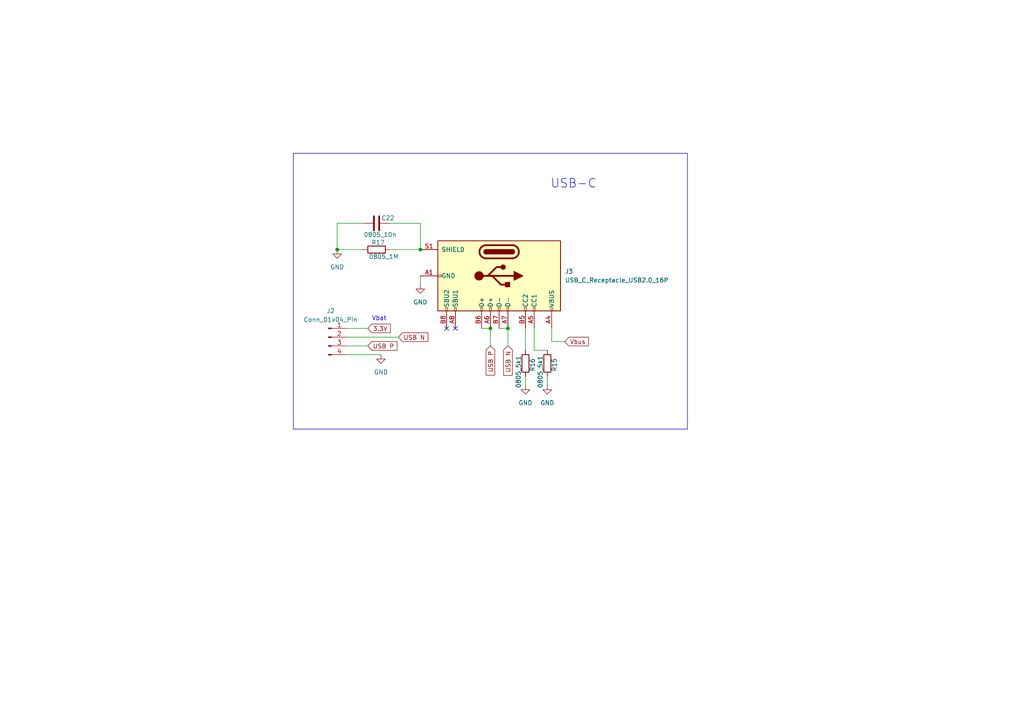
<source format=kicad_sch>
(kicad_sch (version 20250114) (generator "eeschema") (generator_version "9.0")
  (paper "A4")
  (lib_symbols
    (symbol "Connector:Conn_01x04_Pin" (pin_names (offset 1.016) (hide yes))
      (property "Reference" "J" (at 0 5.08 0))
      (property "Value" "Conn_01x04_Pin" (at 0 -7.62 0))
      (symbol "Conn_01x04_Pin_1_1"
        (rectangle (start 0.8636 2.667) (end 0 2.413) (stroke (width 0.1524)) (fill (type outline)))
        (rectangle (start 0.8636 0.127) (end 0 -0.127) (stroke (width 0.1524)) (fill (type outline)))
        (rectangle (start 0.8636 -2.413) (end 0 -2.667) (stroke (width 0.1524)) (fill (type outline)))
        (rectangle (start 0.8636 -4.953) (end 0 -5.207) (stroke (width 0.1524)) (fill (type outline)))
        (polyline (pts (xy 1.27 2.54) (xy 0.8636 2.54)) (stroke (width 0.1524)))
        (polyline (pts (xy 1.27 0) (xy 0.8636 0)) (stroke (width 0.1524)))
        (polyline (pts (xy 1.27 -2.54) (xy 0.8636 -2.54)) (stroke (width 0.1524)))
        (polyline (pts (xy 1.27 -5.08) (xy 0.8636 -5.08)) (stroke (width 0.1524)))
        (pin passive line (at 5.08 2.54 180) (length 3.81) (name "Pin_1") (number "1"))
        (pin passive line (at 5.08 0 180) (length 3.81) (name "Pin_2") (number "2"))
        (pin passive line (at 5.08 -2.54 180) (length 3.81) (name "Pin_3") (number "3"))
        (pin passive line (at 5.08 -5.08 180) (length 3.81) (name "Pin_4") (number "4"))
      )
    )
    (symbol "Connector:USB_C_Receptacle_USB2.0_16P" (pin_names (offset 1.016))
      (property "Reference" "J" (at 0 22.225 0))
      (property "Value" "USB_C_Receptacle_USB2.0_16P" (at 0 19.685 0))
      (symbol "USB_C_Receptacle_USB2.0_16P_0_0"
        (rectangle (start -0.254 -17.78) (end 0.254 -16.764))
        (rectangle (start 10.16 15.494) (end 9.144 14.986))
        (rectangle (start 10.16 10.414) (end 9.144 9.906))
        (rectangle (start 10.16 7.874) (end 9.144 7.366))
        (rectangle (start 10.16 2.794) (end 9.144 2.286))
        (rectangle (start 10.16 0.254) (end 9.144 -0.254))
        (rectangle (start 10.16 -2.286) (end 9.144 -2.794))
        (rectangle (start 10.16 -4.826) (end 9.144 -5.334))
        (rectangle (start 10.16 -12.446) (end 9.144 -12.954))
        (rectangle (start 10.16 -14.986) (end 9.144 -15.494))
      )
      (symbol "USB_C_Receptacle_USB2.0_16P_0_1"
        (rectangle (start -10.16 17.78) (end 10.16 -17.78) (stroke (width 0.254)) (fill (type background)))
        (polyline (pts (xy -8.89 -3.81) (xy -8.89 3.81)) (stroke (width 0.508)))
        (rectangle (start -7.62 -3.81) (end -6.35 3.81) (stroke (width 0.254)) (fill (type outline)))
        (arc (start -7.62 3.81) (mid -6.985 4.4423) (end -6.35 3.81) (stroke (width 0.254)))
        (arc (start -7.62 3.81) (mid -6.985 4.4423) (end -6.35 3.81) (stroke (width 0.254)) (fill (type outline)))
        (arc (start -8.89 3.81) (mid -6.985 5.7067) (end -5.08 3.81) (stroke (width 0.508)))
        (arc (start -5.08 -3.81) (mid -6.985 -5.7067) (end -8.89 -3.81) (stroke (width 0.508)))
        (arc (start -6.35 -3.81) (mid -6.985 -4.4423) (end -7.62 -3.81) (stroke (width 0.254)))
        (arc (start -6.35 -3.81) (mid -6.985 -4.4423) (end -7.62 -3.81) (stroke (width 0.254)) (fill (type outline)))
        (polyline (pts (xy -5.08 3.81) (xy -5.08 -3.81)) (stroke (width 0.508)))
        (circle (center -2.54 1.143) (radius 0.635) (stroke (width 0.254)) (fill (type outline)))
        (polyline (pts (xy -1.27 4.318) (xy 0 6.858) (xy 1.27 4.318) (xy -1.27 4.318)) (stroke (width 0.254)) (fill (type outline)))
        (polyline (pts (xy 0 -2.032) (xy 2.54 0.508) (xy 2.54 1.778)) (stroke (width 0.508)))
        (polyline (pts (xy 0 -3.302) (xy -2.54 -0.762) (xy -2.54 0.508)) (stroke (width 0.508)))
        (polyline (pts (xy 0 -5.842) (xy 0 4.318)) (stroke (width 0.508)))
        (circle (center 0 -5.842) (radius 1.27) (fill (type outline)))
        (rectangle (start 1.905 1.778) (end 3.175 3.048) (stroke (width 0.254)) (fill (type outline)))
      )
      (symbol "USB_C_Receptacle_USB2.0_16P_1_1"
        (pin passive line (at -7.62 -22.86 90) (length 5.08) (name "SHIELD") (number "S1"))
        (pin passive line (at 0 -22.86 90) (length 5.08) (name "GND") (number "A1"))
        (pin passive line (at 0 -22.86 90) (length 5.08) (hide yes) (name "GND") (number "A12"))
        (pin passive line (at 0 -22.86 90) (length 5.08) (hide yes) (name "GND") (number "B1"))
        (pin passive line (at 0 -22.86 90) (length 5.08) (hide yes) (name "GND") (number "B12"))
        (pin passive line (at 15.24 15.24 180) (length 5.08) (name "VBUS") (number "A4"))
        (pin passive line (at 15.24 15.24 180) (length 5.08) (hide yes) (name "VBUS") (number "A9"))
        (pin passive line (at 15.24 15.24 180) (length 5.08) (hide yes) (name "VBUS") (number "B4"))
        (pin passive line (at 15.24 15.24 180) (length 5.08) (hide yes) (name "VBUS") (number "B9"))
        (pin bidirectional line (at 15.24 10.16 180) (length 5.08) (name "CC1") (number "A5"))
        (pin bidirectional line (at 15.24 7.62 180) (length 5.08) (name "CC2") (number "B5"))
        (pin bidirectional line (at 15.24 2.54 180) (length 5.08) (name "D-") (number "A7"))
        (pin bidirectional line (at 15.24 0 180) (length 5.08) (name "D-") (number "B7"))
        (pin bidirectional line (at 15.24 -2.54 180) (length 5.08) (name "D+") (number "A6"))
        (pin bidirectional line (at 15.24 -5.08 180) (length 5.08) (name "D+") (number "B6"))
        (pin bidirectional line (at 15.24 -12.7 180) (length 5.08) (name "SBU1") (number "A8"))
        (pin bidirectional line (at 15.24 -15.24 180) (length 5.08) (name "SBU2") (number "B8"))
      )
    )
    (symbol "Device:C" (pin_numbers (hide yes)) (pin_names (offset 0.254))
      (property "Reference" "C" (at 0.635 2.54 0))
      (property "Value" "C" (at 0.635 -2.54 0))
      (symbol "C_0_1"
        (polyline (pts (xy -2.032 0.762) (xy 2.032 0.762)) (stroke (width 0.508)))
        (polyline (pts (xy -2.032 -0.762) (xy 2.032 -0.762)) (stroke (width 0.508)))
      )
      (symbol "C_1_1"
        (pin passive line (at 0 3.81 270) (length 2.794) (name "~") (number "1"))
        (pin passive line (at 0 -3.81 90) (length 2.794) (name "~") (number "2"))
      )
    )
    (symbol "Device:R" (pin_numbers (hide yes)) (pin_names (offset 0))
      (property "Reference" "R" (at 2.032 0 90))
      (property "Value" "R" (at 0 0 90))
      (symbol "R_0_1"
        (rectangle (start -1.016 -2.54) (end 1.016 2.54) (stroke (width 0.254)))
      )
      (symbol "R_1_1"
        (pin passive line (at 0 3.81 270) (length 1.27) (name "~") (number "1"))
        (pin passive line (at 0 -3.81 90) (length 1.27) (name "~") (number "2"))
      )
    )
    (symbol "power:GND" (power) (pin_numbers (hide yes)) (pin_names (offset 0) (hide yes))
      (property "Value" "GND" (at 0 -3.81 0))
      (symbol "GND_0_1"
        (polyline (pts (xy 0 0) (xy 0 -1.27) (xy 1.27 -1.27) (xy 0 -2.54) (xy -1.27 -1.27) (xy 0 -1.27)))
      )
      (symbol "GND_1_1"
        (pin power_in line (at 0 0 270) (length 0) (name "~") (number "1"))
      )
    )
  )
  (rectangle (start 85.09 44.45) (end 199.39 124.46))
  (text "Vbat" (at 109.982 92.456 0) (effects (font (size 1.27 1.27))))
  (text "USB-C" (at 166.37 53.34 0) (effects (font (size 2.54 2.54))))
  (junction (at 142.24 95.25))
  (junction (at 121.92 72.39))
  (junction (at 147.32 95.25))
  (junction (at 97.79 72.39))
  (no_connect (at 132.08 95.25))
  (no_connect (at 129.54 95.25))
  (wire (pts (xy 152.4 109.22) (xy 152.4 111.76)))
  (wire (pts (xy 152.4 101.6) (xy 152.4 95.25)))
  (wire (pts (xy 144.78 95.25) (xy 147.32 95.25)))
  (wire (pts (xy 158.75 109.22) (xy 158.75 111.76)))
  (wire (pts (xy 97.79 64.77) (xy 97.79 72.39)))
  (wire (pts (xy 100.33 102.87) (xy 110.49 102.87)))
  (wire (pts (xy 142.24 95.25) (xy 142.24 100.33)))
  (wire (pts (xy 163.83 99.06) (xy 160.02 99.06)))
  (wire (pts (xy 121.92 64.77) (xy 121.92 72.39)))
  (wire (pts (xy 113.03 64.77) (xy 121.92 64.77)))
  (wire (pts (xy 147.32 95.25) (xy 147.32 100.33)))
  (wire (pts (xy 100.33 95.25) (xy 106.68 95.25)))
  (wire (pts (xy 105.41 64.77) (xy 97.79 64.77)))
  (wire (pts (xy 113.03 72.39) (xy 121.92 72.39)))
  (wire (pts (xy 100.33 100.33) (xy 106.68 100.33)))
  (wire (pts (xy 139.7 95.25) (xy 142.24 95.25)))
  (wire (pts (xy 121.92 80.01) (xy 121.92 82.55)))
  (wire (pts (xy 154.94 95.25) (xy 154.94 101.6)))
  (wire (pts (xy 160.02 99.06) (xy 160.02 95.25)))
  (wire (pts (xy 154.94 101.6) (xy 158.75 101.6)))
  (wire (pts (xy 100.33 97.79) (xy 115.57 97.79)))
  (wire (pts (xy 97.79 72.39) (xy 105.41 72.39)))
  (global_label "USB N" (shape input) (at 147.32 100.33 270) (property "Intersheetrefs" "${INTERSHEET_REFS}" (effects (hide yes))))
  (global_label "USB P" (shape input) (at 142.24 100.33 270) (property "Intersheetrefs" "${INTERSHEET_REFS}" (effects (hide yes))))
  (global_label "USB P" (shape input) (at 106.68 100.33 0) (property "Intersheetrefs" "${INTERSHEET_REFS}" (effects (hide yes))))
  (global_label "USB N" (shape input) (at 115.57 97.79 0) (property "Intersheetrefs" "${INTERSHEET_REFS}" (effects (hide yes))))
  (global_label "3.3V" (shape input) (at 106.68 95.25 0) (property "Intersheetrefs" "${INTERSHEET_REFS}" (effects (hide yes))))
  (global_label "Vbus" (shape input) (at 163.83 99.06 0) (property "Intersheetrefs" "${INTERSHEET_REFS}" (effects (hide yes))))
  (symbol (lib_id "Device:C") (at 109.22 64.77 90) (unit 1)
    (property "Reference" "C22" (at 112.522 63.246 90))
    (property "Value" "0805_10n" (at 110.236 68.072 90))
    (property "Description" "Unpolarized capacitor" (effects (hide yes)))
  )
  (symbol (lib_id "power:GND") (at 97.79 72.39 0) (unit 1)
    (property "Reference" "#PWR036" (effects (hide yes)))
    (property "Value" "GND" (at 97.79 77.47 0))
    (property "Description" "Power symbol creates a global label with name \"GND\" , ground" (effects (hide yes)))
  )
  (symbol (lib_id "power:GND") (at 110.49 102.87 0) (unit 1)
    (property "Reference" "#PWR035" (effects (hide yes)))
    (property "Value" "GND" (at 110.49 107.95 0))
    (property "Description" "Power symbol creates a global label with name \"GND\" , ground" (effects (hide yes)))
  )
  (symbol (lib_id "power:GND") (at 158.75 111.76 0) (unit 1)
    (property "Reference" "#PWR038" (effects (hide yes)))
    (property "Value" "GND" (at 158.75 116.84 0))
    (property "Description" "Power symbol creates a global label with name \"GND\" , ground" (effects (hide yes)))
  )
  (symbol (lib_id "power:GND") (at 121.92 82.55 0) (unit 1)
    (property "Reference" "#PWR037" (effects (hide yes)))
    (property "Value" "GND" (at 121.92 87.63 0))
    (property "Description" "Power symbol creates a global label with name \"GND\" , ground" (effects (hide yes)))
  )
  (symbol (lib_id "Device:R") (at 152.4 105.41 180) (unit 1)
    (property "Reference" "R16" (at 154.432 103.886 90) (effects (justify left)))
    (property "Value" "0805_5k1" (at 150.368 103.124 90) (effects (justify left)))
    (property "Description" "Resistor" (effects (hide yes)))
  )
  (symbol (lib_id "Connector:USB_C_Receptacle_USB2.0_16P") (at 144.78 80.01 270) (unit 1)
    (property "Reference" "J3" (at 163.83 78.7399 90) (effects (justify left)))
    (property "Value" "USB_C_Receptacle_USB2.0_16P" (at 163.83 81.2799 90) (effects (justify left)))
    (property "Datasheet" "https://www.usb.org/sites/default/files/documents/usb_type-c.zip" (effects (hide yes)))
    (property "Description" "USB 2.0-only 16P Type-C Receptacle connector" (effects (hide yes)))
  )
  (symbol (lib_id "Device:R") (at 158.75 105.41 180) (unit 1)
    (property "Reference" "R15" (at 160.782 103.886 90) (effects (justify left)))
    (property "Value" "0805_5k1" (at 156.718 103.124 90) (effects (justify left)))
    (property "Description" "Resistor" (effects (hide yes)))
  )
  (symbol (lib_id "power:GND") (at 152.4 111.76 0) (unit 1)
    (property "Reference" "#PWR039" (effects (hide yes)))
    (property "Value" "GND" (at 152.4 116.84 0))
    (property "Description" "Power symbol creates a global label with name \"GND\" , ground" (effects (hide yes)))
  )
  (symbol (lib_id "Device:R") (at 109.22 72.39 270) (unit 1)
    (property "Reference" "R17" (at 107.696 70.358 90) (effects (justify left)))
    (property "Value" "0805_1M" (at 106.934 74.422 90) (effects (justify left)))
    (property "Description" "Resistor" (effects (hide yes)))
  )
  (symbol (lib_id "Connector:Conn_01x04_Pin") (at 95.25 97.79 0) (unit 1)
    (property "Reference" "J2" (at 95.885 90.17 0))
    (property "Value" "Conn_01x04_Pin" (at 95.885 92.71 0))
    (property "Description" "Generic connector, single row, 01x04, script generated" (effects (hide yes)))
  )
)
</source>
